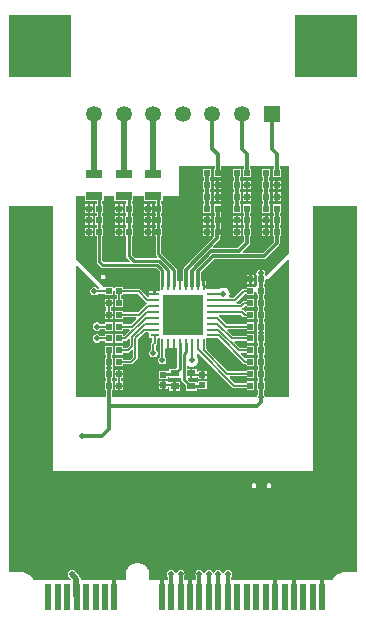
<source format=gbl>
G04*
G04 #@! TF.GenerationSoftware,Altium Limited,Altium Designer,22.1.2 (22)*
G04*
G04 Layer_Physical_Order=4*
G04 Layer_Color=16711680*
%FSLAX25Y25*%
%MOIN*%
G70*
G04*
G04 #@! TF.SameCoordinates,D9C7AC14-A0B2-4E4F-895A-178DC6869FF5*
G04*
G04*
G04 #@! TF.FilePolarity,Positive*
G04*
G01*
G75*
%ADD11C,0.00787*%
%ADD16R,0.02047X0.01850*%
%ADD18R,0.01850X0.02047*%
%ADD36R,0.02362X0.09055*%
%ADD37C,0.01968*%
%ADD38C,0.01181*%
%ADD39R,0.20866X0.20866*%
%ADD40R,0.05315X0.05315*%
%ADD41C,0.05315*%
%ADD42C,0.01968*%
%ADD44R,0.05512X0.02756*%
%ADD45R,0.02756X0.00984*%
%ADD46R,0.00984X0.02756*%
%ADD47R,0.13583X0.13583*%
%ADD48R,0.02756X0.02362*%
%ADD49C,0.00984*%
G36*
X35500Y120000D02*
X27943Y112443D01*
X27321Y112511D01*
X27224Y112638D01*
X27292Y113110D01*
X27310Y113204D01*
X27204Y113741D01*
X26899Y114197D01*
X26443Y114502D01*
X25905Y114609D01*
X25368Y114502D01*
X24912Y114197D01*
X24608Y113741D01*
X24501Y113204D01*
X24519Y113110D01*
X24587Y112638D01*
X24587Y112638D01*
X24587Y112638D01*
Y109803D01*
X24663D01*
X24803Y109303D01*
X24095Y108595D01*
X23839Y108701D01*
Y108701D01*
X21201D01*
Y108086D01*
X20283D01*
X20283Y108086D01*
X19976Y108025D01*
X19716Y107851D01*
X16998Y105133D01*
X15767D01*
X15461Y105633D01*
X15594Y106299D01*
X15426Y107144D01*
X14947Y107860D01*
X14231Y108339D01*
X13386Y108507D01*
X12541Y108339D01*
X11992Y107972D01*
X7776D01*
Y108465D01*
X6890D01*
Y108858D01*
X6496D01*
Y110630D01*
X6004D01*
X5925Y111097D01*
Y113506D01*
X10416Y117997D01*
X27000D01*
X27384Y118073D01*
X27710Y118290D01*
X31930Y122511D01*
X32148Y122836D01*
X32224Y123221D01*
Y125551D01*
X32539D01*
Y128386D01*
X32224D01*
Y129488D01*
X32539D01*
Y132323D01*
X32224D01*
Y133425D01*
X32539D01*
Y136260D01*
X29902D01*
Y133425D01*
X30217D01*
Y132323D01*
X29902D01*
Y129488D01*
X30217D01*
Y128386D01*
X29902D01*
Y125551D01*
X30217D01*
Y123636D01*
X26584Y120003D01*
X20076D01*
X19885Y120466D01*
X22087Y122668D01*
X22305Y122994D01*
X22381Y123378D01*
Y125551D01*
X22697D01*
Y128386D01*
X22381D01*
Y129488D01*
X22697D01*
Y132323D01*
X22381D01*
Y133425D01*
X22697D01*
Y136260D01*
X20059D01*
Y133425D01*
X20374D01*
Y132323D01*
X20059D01*
Y129488D01*
X20374D01*
Y128386D01*
X20059D01*
Y125551D01*
X20374D01*
Y123794D01*
X18159Y121578D01*
X10197D01*
X10005Y122040D01*
X12188Y124223D01*
X12406Y124549D01*
X12482Y124933D01*
Y125551D01*
X12854D01*
Y128386D01*
X12539D01*
Y129488D01*
X12854D01*
Y132323D01*
X12539D01*
Y133425D01*
X12854D01*
Y136260D01*
X10216D01*
Y133425D01*
X10532D01*
Y132323D01*
X10216D01*
Y129488D01*
X10532D01*
Y128386D01*
X10216D01*
Y125551D01*
X10216D01*
X10189Y125063D01*
X275Y115148D01*
X57Y114822D01*
X-19Y114438D01*
Y111097D01*
X-98Y110630D01*
X-519Y110630D01*
X-591D01*
Y108858D01*
X-1378D01*
Y110630D01*
X-1870D01*
X-2050Y111056D01*
Y114350D01*
X-2050Y114350D01*
X-2118Y114696D01*
X-2314Y114989D01*
X-2314Y114989D01*
X-7246Y119921D01*
Y125551D01*
X-6831D01*
Y128386D01*
X-7247D01*
Y129488D01*
X-6831D01*
Y132323D01*
X-7247D01*
Y133425D01*
X-6831D01*
Y136260D01*
X-7247D01*
Y137264D01*
X-6693D01*
Y139114D01*
X-1181D01*
Y149000D01*
X10532D01*
Y148071D01*
X10216D01*
Y145236D01*
X12854D01*
Y148071D01*
X12539D01*
Y149000D01*
X20374D01*
Y148071D01*
X20059D01*
Y145236D01*
X22697D01*
Y148071D01*
X22381D01*
Y149000D01*
X30217D01*
Y148071D01*
X29902D01*
Y145236D01*
X32539D01*
Y148071D01*
X32224D01*
Y149000D01*
X35500D01*
Y120000D01*
D02*
G37*
G36*
X-12992Y137264D02*
X-9053D01*
Y136260D01*
X-9469D01*
Y133425D01*
X-9053D01*
Y132323D01*
X-9469D01*
Y129488D01*
X-9053D01*
Y128386D01*
X-9469D01*
Y125551D01*
X-9053D01*
Y119547D01*
X-8984Y119201D01*
X-8788Y118908D01*
X-8623Y118743D01*
X-8814Y118281D01*
X-16004D01*
X-17089Y119366D01*
Y125551D01*
X-16673D01*
Y128386D01*
X-17089D01*
Y129488D01*
X-16673D01*
Y132323D01*
X-17089D01*
Y133425D01*
X-16673D01*
Y136260D01*
X-17089D01*
Y137264D01*
X-16535D01*
Y139114D01*
X-12992D01*
Y137264D01*
D02*
G37*
G36*
X-22835D02*
X-18895D01*
Y136260D01*
X-19311D01*
Y133425D01*
X-18895D01*
Y132323D01*
X-19311D01*
Y129488D01*
X-18895D01*
Y128386D01*
X-19311D01*
Y125551D01*
X-18895D01*
Y118992D01*
X-18827Y118647D01*
X-18631Y118353D01*
X-17642Y117365D01*
X-17834Y116903D01*
X-26435D01*
X-26932Y117399D01*
Y125551D01*
X-26516D01*
Y128386D01*
X-26932D01*
Y129488D01*
X-26516D01*
Y132323D01*
X-26932D01*
Y133425D01*
X-26516D01*
Y136260D01*
X-26932D01*
Y137264D01*
X-26378D01*
Y139114D01*
X-22835D01*
Y137264D01*
D02*
G37*
G36*
X35500Y117644D02*
Y72000D01*
X27283D01*
Y72180D01*
X27074Y72686D01*
X26909Y72851D01*
Y74370D01*
X27224D01*
Y77205D01*
X26909D01*
Y78307D01*
X27224D01*
Y81142D01*
X26909D01*
Y82244D01*
X27224D01*
Y85079D01*
X26909D01*
Y86181D01*
X27224D01*
Y89016D01*
X26909D01*
Y90118D01*
X27224D01*
Y92953D01*
X27224D01*
X27190Y93004D01*
X27283Y93230D01*
Y93778D01*
X27190Y94004D01*
X27224Y94055D01*
X27224D01*
Y96890D01*
X26909D01*
Y97992D01*
X27224D01*
Y100827D01*
X26909D01*
Y101929D01*
X27224D01*
Y104764D01*
X26909D01*
Y105866D01*
X27224D01*
Y108701D01*
X26909D01*
Y109803D01*
X27224D01*
Y110936D01*
X27597Y111269D01*
X27811Y111246D01*
X27878Y111252D01*
X27943Y111239D01*
X28110Y111272D01*
X28280Y111287D01*
X28339Y111317D01*
X28404Y111330D01*
X28545Y111425D01*
X28696Y111504D01*
X28739Y111554D01*
X28794Y111591D01*
X35038Y117835D01*
X35500Y117644D01*
D02*
G37*
G36*
X-27817Y108614D02*
X-28000Y108151D01*
X-28405Y108109D01*
X-28747Y108452D01*
X-29254Y108661D01*
X-29802D01*
X-30308Y108452D01*
X-30696Y108064D01*
X-30906Y107557D01*
Y107009D01*
X-30696Y106503D01*
X-30308Y106115D01*
X-29802Y105905D01*
X-29254D01*
X-28747Y106115D01*
X-28382Y106481D01*
X-26043D01*
Y105866D01*
X-23405D01*
Y107296D01*
X-22658D01*
Y105866D01*
X-22141D01*
Y104764D01*
X-22658D01*
Y101929D01*
X-20020D01*
Y104764D01*
X-20536D01*
Y105866D01*
X-20020D01*
Y106481D01*
X-15116D01*
X-12398Y103763D01*
X-12161Y103605D01*
X-12128Y103366D01*
X-12124Y103295D01*
X-12149Y103081D01*
X-12376Y102930D01*
X-12376Y102930D01*
X-15093Y100212D01*
X-20020D01*
Y100827D01*
X-22658D01*
Y97992D01*
X-20020D01*
Y98607D01*
X-15682D01*
X-15491Y98145D01*
X-17360Y96275D01*
X-20020D01*
Y96890D01*
X-22658D01*
Y94055D01*
X-20020D01*
Y94670D01*
X-17949D01*
X-17757Y94208D01*
X-19520Y92445D01*
X-20020Y92597D01*
Y92953D01*
X-22658D01*
Y90118D01*
X-20020D01*
Y90733D01*
X-19294D01*
X-18987Y90794D01*
X-18727Y90968D01*
X-18265Y91430D01*
X-17803Y91238D01*
Y89332D01*
X-18734Y88401D01*
X-20020D01*
Y89016D01*
X-22658D01*
Y86181D01*
X-20020D01*
Y86796D01*
X-18402D01*
X-18094Y86857D01*
X-17834Y87031D01*
X-17084Y87781D01*
X-16622Y87590D01*
Y85514D01*
X-17671Y84464D01*
X-20020D01*
Y85079D01*
X-22658D01*
Y82244D01*
X-20020D01*
Y82859D01*
X-17339D01*
X-17031Y82920D01*
X-16771Y83094D01*
X-15251Y84613D01*
X-15251Y84613D01*
X-15077Y84874D01*
X-15016Y85181D01*
X-15016Y85181D01*
Y91338D01*
X-12668Y93685D01*
X-11605D01*
X-11220Y93405D01*
X-11220Y93102D01*
Y91634D01*
X-10252D01*
Y90384D01*
X-10410Y90225D01*
X-10584Y89965D01*
X-10645Y89657D01*
Y87760D01*
X-11011Y87395D01*
X-11220Y86888D01*
Y86340D01*
X-11011Y85834D01*
X-10623Y85446D01*
X-10117Y85236D01*
X-9568D01*
X-9062Y85446D01*
X-8674Y85834D01*
X-8465Y86340D01*
Y86888D01*
X-8674Y87395D01*
X-9040Y87760D01*
Y89325D01*
X-8881Y89483D01*
X-8881Y89483D01*
X-8707Y89744D01*
X-8646Y90051D01*
X-8646Y90051D01*
Y91280D01*
X-8292Y91634D01*
X-7776Y91634D01*
X-7776Y91273D01*
Y88189D01*
X-7693D01*
Y85398D01*
X-8058Y85032D01*
X-8268Y84526D01*
Y83978D01*
X-8058Y83471D01*
X-7670Y83084D01*
X-7164Y82874D01*
X-6616D01*
X-6109Y83084D01*
X-5722Y83471D01*
X-5512Y83978D01*
Y84526D01*
X-5722Y85032D01*
X-6087Y85398D01*
Y87805D01*
X-5807Y88189D01*
X-5504Y88189D01*
X-5315D01*
Y89961D01*
X-4528D01*
Y88189D01*
X-4035D01*
X-3535Y88189D01*
X-3347D01*
Y89961D01*
X-2559D01*
Y88189D01*
X-2067D01*
X-1887Y87763D01*
Y81870D01*
X-2262Y81496D01*
X-4528D01*
Y80588D01*
X-5079D01*
Y80768D01*
X-7913D01*
Y78130D01*
X-5079D01*
Y78782D01*
X-4528D01*
Y78347D01*
X-984D01*
Y78346D01*
X-509Y78286D01*
Y77756D01*
X-441Y77410D01*
X-245Y77117D01*
X984Y75888D01*
Y74016D01*
X4528D01*
Y74924D01*
X5079D01*
Y74744D01*
X7913D01*
Y77382D01*
X5079D01*
Y76730D01*
X4528D01*
Y77165D01*
X2262D01*
X1580Y77846D01*
X1788Y78347D01*
X2362D01*
Y79921D01*
Y81496D01*
X1297D01*
Y82192D01*
X1797Y82387D01*
X2522Y82087D01*
X3384D01*
X4179Y82416D01*
X4789Y83025D01*
X5118Y83821D01*
Y84683D01*
X4789Y85479D01*
X4558Y85709D01*
Y86515D01*
X5020Y86706D01*
X16507Y75220D01*
X16767Y75046D01*
X17074Y74985D01*
X21201D01*
Y74370D01*
X23839D01*
Y77205D01*
X21201D01*
Y76590D01*
X17407D01*
X15538Y78460D01*
X15729Y78922D01*
X21201D01*
Y78307D01*
X23839D01*
Y81142D01*
X21201D01*
Y80527D01*
X15140D01*
X7919Y87748D01*
X7776Y88189D01*
X7776Y88189D01*
X7776D01*
X7776Y88189D01*
Y91273D01*
X7776Y91634D01*
X8136Y91634D01*
X11220D01*
Y91634D01*
X11720Y91632D01*
X20258Y83094D01*
X20258Y83094D01*
X20518Y82920D01*
X20825Y82859D01*
X21201Y82554D01*
Y82244D01*
X23839D01*
Y85079D01*
X21201D01*
Y85079D01*
X20701Y84921D01*
X19289Y86334D01*
X19480Y86796D01*
X21201D01*
Y86181D01*
X23839D01*
Y89016D01*
X21201D01*
Y88401D01*
X18891D01*
X17022Y90271D01*
X17213Y90733D01*
X21201D01*
Y90118D01*
X23839D01*
Y92953D01*
X21201D01*
Y92338D01*
X16625D01*
X14793Y94170D01*
X15000Y94670D01*
X21201D01*
Y94055D01*
X23839D01*
Y96890D01*
X21201D01*
Y96275D01*
X14713D01*
X11996Y98992D01*
X11996Y98994D01*
X12147Y99492D01*
X19372D01*
X20023Y98842D01*
X20283Y98668D01*
X20591Y98607D01*
X20591Y98607D01*
X21201D01*
Y97992D01*
X23839D01*
Y100827D01*
X21201D01*
Y100642D01*
X20701Y100435D01*
X20272Y100863D01*
X20012Y101037D01*
X19705Y101098D01*
X19606D01*
X19557Y101598D01*
X19669Y101620D01*
X19930Y101795D01*
X20581Y102445D01*
X21201D01*
Y101929D01*
X23839D01*
Y104764D01*
X21201D01*
Y104051D01*
X20248D01*
X20248Y104051D01*
X19941Y103990D01*
X19680Y103816D01*
X19030Y103165D01*
X17874D01*
X17752Y103665D01*
X17898Y103763D01*
X20616Y106481D01*
X21201D01*
Y105866D01*
X23839D01*
Y106954D01*
X24132Y107099D01*
X24149Y107095D01*
X24587Y106788D01*
Y105866D01*
X24902D01*
Y104764D01*
X24587D01*
Y101929D01*
X24902D01*
Y100827D01*
X24587D01*
Y97992D01*
X24902D01*
Y96890D01*
X24587D01*
Y94055D01*
X24587D01*
X24621Y94004D01*
X24528Y93778D01*
Y93230D01*
X24621Y93004D01*
X24587Y92953D01*
X24587D01*
Y90118D01*
X24902D01*
Y89016D01*
X24587D01*
Y86181D01*
X24902D01*
Y85079D01*
X24587D01*
Y82244D01*
X24902D01*
Y81142D01*
X24587D01*
Y78307D01*
X24902D01*
Y77205D01*
X24587D01*
Y74370D01*
X24902D01*
Y72851D01*
X24737Y72686D01*
X24528Y72180D01*
Y72000D01*
X-23721D01*
Y74370D01*
X-23405D01*
Y77205D01*
X-23721D01*
Y78307D01*
X-23405D01*
Y81142D01*
X-23405D01*
X-23440Y81193D01*
X-23347Y81419D01*
Y81967D01*
X-23440Y82193D01*
X-23405Y82244D01*
X-23405D01*
Y85079D01*
X-23721D01*
Y86181D01*
X-23405D01*
Y89016D01*
X-26043D01*
Y86181D01*
X-25728D01*
Y85079D01*
X-26043D01*
Y82244D01*
X-26043D01*
X-26009Y82193D01*
X-26102Y81967D01*
Y81419D01*
X-26009Y81193D01*
X-26043Y81142D01*
X-26043D01*
Y78307D01*
X-25728D01*
Y77205D01*
X-26043D01*
Y74370D01*
X-25728D01*
Y72000D01*
X-35500D01*
Y115644D01*
X-35038Y115835D01*
X-27817Y108614D01*
D02*
G37*
G36*
X-32677Y137264D02*
X-28738D01*
Y136260D01*
X-29154D01*
Y133425D01*
X-28738D01*
Y132323D01*
X-29153D01*
Y129488D01*
X-28738D01*
Y128386D01*
X-29153D01*
Y125551D01*
X-28738D01*
Y117025D01*
X-28669Y116680D01*
X-28473Y116386D01*
X-27448Y115361D01*
X-27155Y115166D01*
X-26809Y115097D01*
X-8874D01*
X-7793Y114016D01*
Y108858D01*
X-7776Y108771D01*
Y107546D01*
X-7776Y107185D01*
X-8136Y107185D01*
X-9055D01*
Y106299D01*
X-9449D01*
Y105905D01*
X-11220D01*
Y105563D01*
X-11680Y105315D01*
X-14216Y107851D01*
X-14476Y108025D01*
X-14784Y108086D01*
X-20020D01*
Y108701D01*
X-22658D01*
Y108500D01*
X-23405D01*
Y108701D01*
X-26043D01*
X-26043Y108701D01*
Y108701D01*
X-26155Y108655D01*
X-35500Y118000D01*
Y139114D01*
X-32677D01*
Y137264D01*
D02*
G37*
G36*
X58052Y13602D02*
X53740D01*
X53716Y13597D01*
X53691Y13601D01*
X53382Y13586D01*
X53310Y13567D01*
X53236D01*
X52630Y13447D01*
X52539Y13409D01*
X52442Y13390D01*
X51871Y13154D01*
X51789Y13099D01*
X51698Y13061D01*
X51185Y12718D01*
X51115Y12648D01*
X51033Y12593D01*
X50596Y12156D01*
X50541Y12074D01*
X50471Y12004D01*
X50128Y11491D01*
X50090Y11400D01*
X50035Y11317D01*
X49845Y10859D01*
X15964D01*
Y11931D01*
X16259Y12372D01*
X16366Y12910D01*
X16259Y13447D01*
X15954Y13903D01*
X15498Y14208D01*
X14961Y14314D01*
X14423Y14208D01*
X13967Y13903D01*
X13663Y13447D01*
X13641Y13337D01*
X13131D01*
X13109Y13447D01*
X12804Y13903D01*
X12349Y14208D01*
X11811Y14314D01*
X11273Y14208D01*
X10818Y13903D01*
X10513Y13447D01*
X10491Y13337D01*
X9981D01*
X9959Y13447D01*
X9655Y13903D01*
X9199Y14208D01*
X8661Y14314D01*
X8124Y14208D01*
X7668Y13903D01*
X7363Y13447D01*
X7342Y13337D01*
X6832D01*
X6810Y13447D01*
X6505Y13903D01*
X6050Y14208D01*
X5512Y14314D01*
X4974Y14208D01*
X4518Y13903D01*
X4214Y13447D01*
X4107Y12910D01*
X4214Y12372D01*
X4508Y11931D01*
Y10859D01*
X216D01*
Y11931D01*
X511Y12372D01*
X618Y12910D01*
X511Y13447D01*
X206Y13903D01*
X-250Y14208D01*
X-787Y14314D01*
X-1325Y14208D01*
X-1781Y13903D01*
X-2085Y13447D01*
X-2107Y13337D01*
X-2617D01*
X-2639Y13447D01*
X-2944Y13903D01*
X-3399Y14208D01*
X-3937Y14314D01*
X-4475Y14208D01*
X-4930Y13903D01*
X-5235Y13447D01*
X-5342Y12910D01*
X-5235Y12372D01*
X-4941Y11931D01*
Y10859D01*
X-11201D01*
Y12795D01*
X-11208Y12828D01*
X-11203Y12861D01*
X-11229Y13246D01*
X-11254Y13342D01*
X-11261Y13440D01*
X-11460Y14185D01*
X-11518Y14303D01*
X-11560Y14427D01*
X-11946Y15094D01*
X-12032Y15193D01*
X-12105Y15302D01*
X-12650Y15847D01*
X-12760Y15920D01*
X-12858Y16007D01*
X-13526Y16392D01*
X-13650Y16434D01*
X-13768Y16493D01*
X-14512Y16692D01*
X-14643Y16701D01*
X-14772Y16726D01*
X-15543D01*
X-15672Y16701D01*
X-15803Y16692D01*
X-16547Y16493D01*
X-16665Y16434D01*
X-16789Y16392D01*
X-17457Y16007D01*
X-17555Y15920D01*
X-17665Y15847D01*
X-18210Y15302D01*
X-18283Y15193D01*
X-18369Y15094D01*
X-18755Y14427D01*
X-18797Y14303D01*
X-18855Y14185D01*
X-19054Y13440D01*
X-19061Y13342D01*
X-19086Y13246D01*
X-19112Y12861D01*
X-19107Y12828D01*
X-19114Y12795D01*
Y10859D01*
X-34090D01*
Y11397D01*
X-34197Y11935D01*
X-34502Y12390D01*
X-36014Y13903D01*
X-36470Y14208D01*
X-37008Y14314D01*
X-37545Y14208D01*
X-38001Y13903D01*
X-38306Y13447D01*
X-38413Y12910D01*
X-38306Y12372D01*
X-38001Y11916D01*
X-37407Y11321D01*
X-37598Y10859D01*
X-49845D01*
X-50035Y11317D01*
X-50090Y11400D01*
X-50128Y11491D01*
X-50471Y12004D01*
X-50541Y12074D01*
X-50596Y12156D01*
X-51033Y12593D01*
X-51115Y12648D01*
X-51185Y12718D01*
X-51698Y13061D01*
X-51789Y13099D01*
X-51871Y13154D01*
X-52442Y13390D01*
X-52539Y13409D01*
X-52630Y13447D01*
X-53236Y13567D01*
X-53310D01*
X-53382Y13586D01*
X-53691Y13601D01*
X-53716Y13597D01*
X-53740Y13602D01*
X-58052D01*
Y135827D01*
X-43307D01*
Y47244D01*
X43307D01*
Y135827D01*
X58052D01*
Y13602D01*
D02*
G37*
%LPC*%
G36*
X22697Y144134D02*
X21772D01*
Y143110D01*
X22697D01*
Y144134D01*
D02*
G37*
G36*
X32539D02*
X31614D01*
Y143110D01*
X32539D01*
Y144134D01*
D02*
G37*
G36*
X20984D02*
X20059D01*
Y143110D01*
X20984D01*
Y144134D01*
D02*
G37*
G36*
X30827D02*
X29902D01*
Y143110D01*
X30827D01*
Y144134D01*
D02*
G37*
G36*
X12854Y144134D02*
X11929D01*
Y143110D01*
X12854D01*
Y144134D01*
D02*
G37*
G36*
X11142D02*
X10216D01*
Y143110D01*
X11142D01*
Y144134D01*
D02*
G37*
G36*
X32539Y142323D02*
X31614D01*
Y141299D01*
X32539D01*
Y142323D01*
D02*
G37*
G36*
X30827D02*
X29902D01*
Y141299D01*
X30827D01*
Y142323D01*
D02*
G37*
G36*
X22697D02*
X21772D01*
Y141299D01*
X22697D01*
Y142323D01*
D02*
G37*
G36*
X20984D02*
X20059D01*
Y141299D01*
X20984D01*
Y142323D01*
D02*
G37*
G36*
X12854Y142323D02*
X11929D01*
Y141299D01*
X12854D01*
Y142323D01*
D02*
G37*
G36*
X11142D02*
X10216D01*
Y141299D01*
X11142D01*
Y142323D01*
D02*
G37*
G36*
X12854Y140197D02*
X11929D01*
Y139173D01*
X12854D01*
Y140197D01*
D02*
G37*
G36*
X22697D02*
X21772D01*
Y139173D01*
X22697D01*
Y140197D01*
D02*
G37*
G36*
X32539D02*
X31614D01*
Y139173D01*
X32539D01*
Y140197D01*
D02*
G37*
G36*
X11142D02*
X10216D01*
Y139173D01*
X11142D01*
Y140197D01*
D02*
G37*
G36*
X30827D02*
X29902D01*
Y139173D01*
X30827D01*
Y140197D01*
D02*
G37*
G36*
X20984D02*
X20059D01*
Y139173D01*
X20984D01*
Y140197D01*
D02*
G37*
G36*
X32539Y138386D02*
X31614D01*
Y137362D01*
X32539D01*
Y138386D01*
D02*
G37*
G36*
X30827D02*
X29902D01*
Y137362D01*
X30827D01*
Y138386D01*
D02*
G37*
G36*
X22697D02*
X21772D01*
Y137362D01*
X22697D01*
Y138386D01*
D02*
G37*
G36*
X20984D02*
X20059D01*
Y137362D01*
X20984D01*
Y138386D01*
D02*
G37*
G36*
X12854D02*
X11929D01*
Y137362D01*
X12854D01*
Y138386D01*
D02*
G37*
G36*
X11142D02*
X10216D01*
Y137362D01*
X11142D01*
Y138386D01*
D02*
G37*
G36*
X29153Y148071D02*
X26516D01*
Y145236D01*
X26831D01*
Y144134D01*
X26516D01*
Y141299D01*
X26831D01*
Y140197D01*
X26516D01*
Y137362D01*
X26831D01*
Y136260D01*
X26516D01*
Y133425D01*
X29153D01*
Y136260D01*
X28838D01*
Y137362D01*
X29153D01*
Y140197D01*
X28838D01*
Y141299D01*
X29154D01*
Y144134D01*
X28838D01*
Y145236D01*
X29153D01*
Y148071D01*
D02*
G37*
G36*
X19311D02*
X16673D01*
Y145236D01*
X16989D01*
Y144134D01*
X16673D01*
Y141299D01*
X16989D01*
Y140197D01*
X16673D01*
Y137362D01*
X16989D01*
Y136260D01*
X16673D01*
Y133425D01*
X19311D01*
Y136260D01*
X18996D01*
Y137362D01*
X19311D01*
Y140197D01*
X18996D01*
Y141299D01*
X19311D01*
Y144134D01*
X18996D01*
Y145236D01*
X19311D01*
Y148071D01*
D02*
G37*
G36*
X9469D02*
X6831D01*
Y145236D01*
X7146D01*
Y144134D01*
X6831D01*
Y141299D01*
X7146D01*
Y140197D01*
X6831D01*
Y137362D01*
X7146D01*
Y136260D01*
X6831D01*
Y133425D01*
X9469D01*
Y136260D01*
X9153D01*
Y137362D01*
X9469D01*
Y140197D01*
X9153D01*
Y141299D01*
X9469D01*
Y144134D01*
X9153D01*
Y145236D01*
X9469D01*
Y148071D01*
D02*
G37*
G36*
X29153Y132323D02*
X28228D01*
Y131299D01*
X29153D01*
Y132323D01*
D02*
G37*
G36*
X27441D02*
X26516D01*
Y131299D01*
X27441D01*
Y132323D01*
D02*
G37*
G36*
X19311D02*
X18386D01*
Y131299D01*
X19311D01*
Y132323D01*
D02*
G37*
G36*
X17598D02*
X16673D01*
Y131299D01*
X17598D01*
Y132323D01*
D02*
G37*
G36*
X9469D02*
X8543D01*
Y131299D01*
X9469D01*
Y132323D01*
D02*
G37*
G36*
X7756D02*
X6831D01*
Y131299D01*
X7756D01*
Y132323D01*
D02*
G37*
G36*
X29153Y130512D02*
X28228D01*
Y129488D01*
X29153D01*
Y130512D01*
D02*
G37*
G36*
X27441D02*
X26516D01*
Y129488D01*
X27441D01*
Y130512D01*
D02*
G37*
G36*
X19311D02*
X18386D01*
Y129488D01*
X19311D01*
Y130512D01*
D02*
G37*
G36*
X17598D02*
X16673D01*
Y129488D01*
X17598D01*
Y130512D01*
D02*
G37*
G36*
X9469D02*
X8543D01*
Y129488D01*
X9469D01*
Y130512D01*
D02*
G37*
G36*
X7756D02*
X6831D01*
Y129488D01*
X7756D01*
Y130512D01*
D02*
G37*
G36*
X29153Y128386D02*
X28228D01*
Y127362D01*
X29153D01*
Y128386D01*
D02*
G37*
G36*
X27441D02*
X26516D01*
Y127362D01*
X27441D01*
Y128386D01*
D02*
G37*
G36*
X19311D02*
X18386D01*
Y127362D01*
X19311D01*
Y128386D01*
D02*
G37*
G36*
X17598D02*
X16673D01*
Y127362D01*
X17598D01*
Y128386D01*
D02*
G37*
G36*
X9469D02*
X8543D01*
Y127362D01*
X9469D01*
Y128386D01*
D02*
G37*
G36*
X7756D02*
X6831D01*
Y127362D01*
X7756D01*
Y128386D01*
D02*
G37*
G36*
X29153Y126575D02*
X28228D01*
Y125551D01*
X29153D01*
Y126575D01*
D02*
G37*
G36*
X27441D02*
X26516D01*
Y125551D01*
X27441D01*
Y126575D01*
D02*
G37*
G36*
X19311D02*
X18386D01*
Y125551D01*
X19311D01*
Y126575D01*
D02*
G37*
G36*
X17598D02*
X16673D01*
Y125551D01*
X17598D01*
Y126575D01*
D02*
G37*
G36*
X9469D02*
X8543D01*
Y125551D01*
X9469D01*
Y126575D01*
D02*
G37*
G36*
X7756D02*
X6831D01*
Y125551D01*
X7756D01*
Y126575D01*
D02*
G37*
G36*
X23839Y112638D02*
X22913D01*
Y111614D01*
X23839D01*
Y112638D01*
D02*
G37*
G36*
X22126D02*
X21201D01*
Y111614D01*
X22126D01*
Y112638D01*
D02*
G37*
G36*
X23839Y110827D02*
X22913D01*
Y109803D01*
X23839D01*
Y110827D01*
D02*
G37*
G36*
X22126D02*
X21201D01*
Y109803D01*
X22126D01*
Y110827D01*
D02*
G37*
G36*
X7283Y110630D02*
Y109252D01*
X7776D01*
Y110630D01*
X7283D01*
D02*
G37*
G36*
X-10217Y136260D02*
X-11142D01*
Y135236D01*
X-10217D01*
Y136260D01*
D02*
G37*
G36*
X-11929D02*
X-12854D01*
Y135236D01*
X-11929D01*
Y136260D01*
D02*
G37*
G36*
X-10217Y134449D02*
X-11142D01*
Y133425D01*
X-10217D01*
Y134449D01*
D02*
G37*
G36*
X-11929D02*
X-12854D01*
Y133425D01*
X-11929D01*
Y134449D01*
D02*
G37*
G36*
X-10217Y132323D02*
X-11142D01*
Y131299D01*
X-10217D01*
Y132323D01*
D02*
G37*
G36*
X-11929D02*
X-12854D01*
Y131299D01*
X-11929D01*
Y132323D01*
D02*
G37*
G36*
X-10217Y130512D02*
X-11142D01*
Y129488D01*
X-10217D01*
Y130512D01*
D02*
G37*
G36*
X-11929D02*
X-12854D01*
Y129488D01*
X-11929D01*
Y130512D01*
D02*
G37*
G36*
X-10217Y128386D02*
X-11142D01*
Y127362D01*
X-10217D01*
Y128386D01*
D02*
G37*
G36*
X-11929D02*
X-12854D01*
Y127362D01*
X-11929D01*
Y128386D01*
D02*
G37*
G36*
X-10217Y126575D02*
X-11142D01*
Y125551D01*
X-10217D01*
Y126575D01*
D02*
G37*
G36*
X-11929D02*
X-12854D01*
Y125551D01*
X-11929D01*
Y126575D01*
D02*
G37*
G36*
X-20059Y136260D02*
X-20984D01*
Y135236D01*
X-20059D01*
Y136260D01*
D02*
G37*
G36*
X-21772D02*
X-22697D01*
Y135236D01*
X-21772D01*
Y136260D01*
D02*
G37*
G36*
X-20059Y134449D02*
X-20984D01*
Y133425D01*
X-20059D01*
Y134449D01*
D02*
G37*
G36*
X-21772D02*
X-22697D01*
Y133425D01*
X-21772D01*
Y134449D01*
D02*
G37*
G36*
X-20059Y132323D02*
X-20984D01*
Y131299D01*
X-20059D01*
Y132323D01*
D02*
G37*
G36*
X-21772D02*
X-22697D01*
Y131299D01*
X-21772D01*
Y132323D01*
D02*
G37*
G36*
X-20059Y130512D02*
X-20984D01*
Y129488D01*
X-20059D01*
Y130512D01*
D02*
G37*
G36*
X-21772D02*
X-22697D01*
Y129488D01*
X-21772D01*
Y130512D01*
D02*
G37*
G36*
X-20059Y128386D02*
X-20984D01*
Y127362D01*
X-20059D01*
Y128386D01*
D02*
G37*
G36*
X-21772D02*
X-22697D01*
Y127362D01*
X-21772D01*
Y128386D01*
D02*
G37*
G36*
X-20059Y126575D02*
X-20984D01*
Y125551D01*
X-20059D01*
Y126575D01*
D02*
G37*
G36*
X-21772D02*
X-22697D01*
Y125551D01*
X-21772D01*
Y126575D01*
D02*
G37*
G36*
X-23405Y104764D02*
X-24331D01*
Y103740D01*
X-23405D01*
Y104764D01*
D02*
G37*
G36*
X-25118D02*
X-26043D01*
Y103740D01*
X-25118D01*
Y104764D01*
D02*
G37*
G36*
X-23405Y102953D02*
X-26043D01*
Y101929D01*
X-25527D01*
Y100827D01*
X-26043D01*
Y99803D01*
X-23405D01*
Y100827D01*
X-23922D01*
Y101929D01*
X-23405D01*
Y102953D01*
D02*
G37*
G36*
Y99016D02*
X-24331D01*
Y97992D01*
X-23405D01*
Y99016D01*
D02*
G37*
G36*
X-25118D02*
X-26043D01*
Y97992D01*
X-25118D01*
Y99016D01*
D02*
G37*
G36*
X-23405Y96890D02*
X-26043D01*
Y96275D01*
X-27516D01*
X-27881Y96641D01*
X-28387Y96850D01*
X-28936D01*
X-29442Y96641D01*
X-29830Y96253D01*
X-30039Y95746D01*
Y95198D01*
X-29830Y94692D01*
X-29442Y94304D01*
X-28936Y94095D01*
X-28387D01*
X-27881Y94304D01*
X-27516Y94670D01*
X-26043D01*
Y94055D01*
X-23405D01*
Y96890D01*
D02*
G37*
G36*
Y92953D02*
X-26043D01*
Y92338D01*
X-27516D01*
X-27881Y92704D01*
X-28387Y92913D01*
X-28936D01*
X-29442Y92704D01*
X-29830Y92316D01*
X-30039Y91809D01*
Y91261D01*
X-29830Y90755D01*
X-29442Y90367D01*
X-28936Y90158D01*
X-28387D01*
X-27881Y90367D01*
X-27516Y90733D01*
X-26043D01*
Y90118D01*
X-23405D01*
Y92953D01*
D02*
G37*
G36*
X-20020Y81142D02*
X-20945D01*
Y80118D01*
X-20020D01*
Y81142D01*
D02*
G37*
G36*
X-21732D02*
X-22658D01*
Y80118D01*
X-21732D01*
Y81142D01*
D02*
G37*
G36*
X7913Y80768D02*
X6890D01*
Y79843D01*
X7913D01*
Y80768D01*
D02*
G37*
G36*
Y79055D02*
X6890D01*
Y78130D01*
X7913D01*
Y79055D01*
D02*
G37*
G36*
X4528Y81496D02*
X3150D01*
Y79921D01*
Y78347D01*
X4528D01*
Y78646D01*
X5079D01*
Y78130D01*
X6102D01*
Y79449D01*
Y80768D01*
X5079D01*
Y80252D01*
X4528D01*
Y81496D01*
D02*
G37*
G36*
X-6890Y77382D02*
X-7913D01*
Y76457D01*
X-6890D01*
Y77382D01*
D02*
G37*
G36*
X-20020Y79331D02*
X-21339D01*
X-22658D01*
Y78307D01*
X-22141D01*
Y77205D01*
X-22658D01*
Y76181D01*
X-21339D01*
X-20020D01*
Y77205D01*
X-20536D01*
Y78307D01*
X-20020D01*
Y79331D01*
D02*
G37*
G36*
X-984Y77165D02*
X-2362D01*
Y75984D01*
X-984D01*
Y77165D01*
D02*
G37*
G36*
X-6890Y75669D02*
X-7913D01*
Y74744D01*
X-6890D01*
Y75669D01*
D02*
G37*
G36*
X-20020Y75394D02*
X-20945D01*
Y74370D01*
X-20020D01*
Y75394D01*
D02*
G37*
G36*
X-21732D02*
X-22658D01*
Y74370D01*
X-21732D01*
Y75394D01*
D02*
G37*
G36*
X-984Y75197D02*
X-2362D01*
Y74016D01*
X-984D01*
Y75197D01*
D02*
G37*
G36*
X-5079Y77382D02*
X-6102D01*
Y76063D01*
Y74744D01*
X-5079D01*
Y75260D01*
X-4528D01*
Y74016D01*
X-3150D01*
Y75591D01*
Y77165D01*
X-4528D01*
Y76866D01*
X-5079D01*
Y77382D01*
D02*
G37*
G36*
X-29902Y136260D02*
X-30827D01*
Y135236D01*
X-29902D01*
Y136260D01*
D02*
G37*
G36*
X-31614D02*
X-32539D01*
Y135236D01*
X-31614D01*
Y136260D01*
D02*
G37*
G36*
X-29902Y134449D02*
X-30827D01*
Y133425D01*
X-29902D01*
Y134449D01*
D02*
G37*
G36*
X-31614D02*
X-32539D01*
Y133425D01*
X-31614D01*
Y134449D01*
D02*
G37*
G36*
X-29902Y132323D02*
X-30827D01*
Y131299D01*
X-29902D01*
Y132323D01*
D02*
G37*
G36*
X-31614D02*
X-32539D01*
Y131299D01*
X-31614D01*
Y132323D01*
D02*
G37*
G36*
X-29902Y130512D02*
X-30827D01*
Y129488D01*
X-29902D01*
Y130512D01*
D02*
G37*
G36*
X-31614D02*
X-32539D01*
Y129488D01*
X-31614D01*
Y130512D01*
D02*
G37*
G36*
X-29902Y128386D02*
X-30827D01*
Y127362D01*
X-29902D01*
Y128386D01*
D02*
G37*
G36*
X-31614D02*
X-32539D01*
Y127362D01*
X-31614D01*
Y128386D01*
D02*
G37*
G36*
X-29902Y126575D02*
X-30827D01*
Y125551D01*
X-29902D01*
Y126575D01*
D02*
G37*
G36*
X-31614D02*
X-32539D01*
Y125551D01*
X-31614D01*
Y126575D01*
D02*
G37*
G36*
X-26587Y112803D02*
X-26894Y112742D01*
X-27154Y112568D01*
X-27328Y112307D01*
X-27389Y112000D01*
X-27328Y111693D01*
X-27154Y111432D01*
X-26894Y111258D01*
X-26587Y111197D01*
X-26279Y111258D01*
X-26019Y111432D01*
X-25845Y111693D01*
X-25784Y112000D01*
X-25845Y112307D01*
X-26019Y112568D01*
X-26279Y112742D01*
X-26587Y112803D01*
D02*
G37*
G36*
X-9843Y107185D02*
X-11220D01*
Y106693D01*
X-9843D01*
Y107185D01*
D02*
G37*
G36*
X28681Y43323D02*
X28374Y43261D01*
X28113Y43087D01*
X27939Y42827D01*
X27878Y42520D01*
X27939Y42213D01*
X28113Y41952D01*
X28374Y41778D01*
X28681Y41717D01*
X28988Y41778D01*
X29249Y41952D01*
X29423Y42213D01*
X29484Y42520D01*
X29423Y42827D01*
X29249Y43087D01*
X28988Y43261D01*
X28681Y43323D01*
D02*
G37*
G36*
X23681D02*
X23374Y43261D01*
X23113Y43087D01*
X22939Y42827D01*
X22878Y42520D01*
X22939Y42213D01*
X23113Y41952D01*
X23374Y41778D01*
X23681Y41717D01*
X23988Y41778D01*
X24249Y41952D01*
X24423Y42213D01*
X24484Y42520D01*
X24423Y42827D01*
X24249Y43087D01*
X23988Y43261D01*
X23681Y43323D01*
D02*
G37*
%LPD*%
D11*
X-28661Y95472D02*
X-24724D01*
X4921Y87941D02*
Y89961D01*
Y87941D02*
X17074Y75787D01*
X14808Y79724D02*
X22520D01*
X17074Y75787D02*
X22520D01*
X6890Y87642D02*
X14808Y79724D01*
X-9843Y86614D02*
Y89657D01*
X-9449Y90051D01*
Y92520D01*
X-11831Y104331D02*
X-9449D01*
X-21339Y107283D02*
X-14784D01*
X-11831Y104331D01*
X-6890Y84252D02*
Y89961D01*
X-29528Y107283D02*
X-24724D01*
Y99409D02*
Y103347D01*
X-28661Y91535D02*
X-24724D01*
X-21339Y75787D02*
Y79724D01*
X9449Y106299D02*
X13386D01*
X2953Y84252D02*
Y89961D01*
X20283Y107283D02*
X22520D01*
X17331Y104331D02*
X20283Y107283D01*
X9449Y104331D02*
X17331D01*
X9547Y100295D02*
X19705D01*
X20591Y99410D02*
X22520D01*
X19705Y100295D02*
X20591Y99410D01*
X20248Y103248D02*
X22520D01*
X9449Y102362D02*
X19362D01*
X20248Y103248D01*
X9449Y100394D02*
X9547Y100295D01*
X9449Y98425D02*
X11427D01*
X14380Y95472D02*
X22520D01*
X11427Y98425D02*
X14380Y95472D01*
X11393Y96435D02*
X16292Y91535D01*
X9449Y92520D02*
X11967D01*
X18559Y87598D02*
X22520D01*
X20825Y83661D02*
X22520D01*
X9449Y96457D02*
X9471Y96435D01*
X16292Y91535D02*
X22520D01*
X9471Y96435D02*
X11393D01*
X11669Y94488D02*
X18559Y87598D01*
X9449Y94488D02*
X11669D01*
X11967Y92520D02*
X20825Y83661D01*
X6890Y87642D02*
Y89961D01*
X3228Y79449D02*
X6496D01*
X2756Y79921D02*
X3228Y79449D01*
X-3228Y76063D02*
X-2756Y75590D01*
X-6496Y76063D02*
X-3228D01*
X-11808Y102362D02*
X-9449D01*
X-14761Y99409D02*
X-11808Y102362D01*
X-17028Y95472D02*
X-12106Y100394D01*
X-9449D01*
X-21339Y99409D02*
X-14761D01*
X-17000Y89000D02*
Y92159D01*
X-12404Y98425D02*
X-9449D01*
X-19294Y91535D02*
X-12404Y98425D01*
X-12703Y96457D02*
X-9449D01*
X-17000Y92159D02*
X-12703Y96457D01*
X-21339Y91535D02*
X-19294D01*
X-15819Y85181D02*
Y91670D01*
X-21339Y95472D02*
X-17028D01*
X-15819Y91670D02*
X-13001Y94488D01*
X-9449D01*
X-21339Y87598D02*
X-18402D01*
X-17000Y89000D01*
X-17339Y83661D02*
X-15819Y85181D01*
X-21339Y83661D02*
X-17339D01*
X-21339Y103346D02*
Y107283D01*
D16*
X6496Y76063D02*
D03*
Y79449D02*
D03*
X-6496D02*
D03*
Y76063D02*
D03*
D18*
X-31220Y126969D02*
D03*
X-27835D02*
D03*
X21378Y142717D02*
D03*
X17992D02*
D03*
X31220D02*
D03*
X27835D02*
D03*
X8150Y146653D02*
D03*
X11535D02*
D03*
X27835D02*
D03*
X31220D02*
D03*
X17992D02*
D03*
X21378D02*
D03*
X-17992Y126969D02*
D03*
X-21378D02*
D03*
X-21339Y91535D02*
D03*
X-24724D02*
D03*
Y107283D02*
D03*
X-21339D02*
D03*
X22520Y75787D02*
D03*
X25905D02*
D03*
X22520Y83661D02*
D03*
X25905D02*
D03*
X22520Y79724D02*
D03*
X25905D02*
D03*
Y91535D02*
D03*
X22520D02*
D03*
Y87598D02*
D03*
X25905D02*
D03*
X-24724Y83661D02*
D03*
X-21339D02*
D03*
Y79724D02*
D03*
X-24724D02*
D03*
X-21339Y75787D02*
D03*
X-24724D02*
D03*
X-21339Y87598D02*
D03*
X-24724D02*
D03*
X-21339Y99409D02*
D03*
X-24724D02*
D03*
X-21339Y95472D02*
D03*
X-24724D02*
D03*
X25905Y111221D02*
D03*
X22520D02*
D03*
X22520Y99410D02*
D03*
X25905D02*
D03*
X22520Y95472D02*
D03*
X25905D02*
D03*
Y103347D02*
D03*
X22520D02*
D03*
Y107283D02*
D03*
X25905D02*
D03*
X-21339Y103347D02*
D03*
X-24724D02*
D03*
X11535Y126969D02*
D03*
X8150D02*
D03*
X21378D02*
D03*
X17992D02*
D03*
X31220D02*
D03*
X27835D02*
D03*
X11535Y130905D02*
D03*
X8150D02*
D03*
X21378D02*
D03*
X17992D02*
D03*
X31220D02*
D03*
X27835D02*
D03*
X8150Y138779D02*
D03*
X11535D02*
D03*
X17992D02*
D03*
X21378D02*
D03*
X27835D02*
D03*
X31220D02*
D03*
X-11535Y126969D02*
D03*
X-8150D02*
D03*
X-27835Y134843D02*
D03*
X-31220D02*
D03*
X-17992D02*
D03*
X-21378D02*
D03*
X-8150D02*
D03*
X-11535D02*
D03*
X-27835Y130905D02*
D03*
X-31220D02*
D03*
X-17992D02*
D03*
X-21378D02*
D03*
X-8150D02*
D03*
X-11535D02*
D03*
X31220Y134843D02*
D03*
X27835D02*
D03*
X21378D02*
D03*
X17992D02*
D03*
X11535D02*
D03*
X8150D02*
D03*
X11535Y142717D02*
D03*
X8150D02*
D03*
D36*
X46457Y5512D02*
D03*
X43307D02*
D03*
X40157D02*
D03*
X37008D02*
D03*
X33858D02*
D03*
X30709D02*
D03*
X27559D02*
D03*
X24409D02*
D03*
X21260D02*
D03*
X18110D02*
D03*
X14961D02*
D03*
X11811D02*
D03*
X8661D02*
D03*
X5512D02*
D03*
X2362D02*
D03*
X-787D02*
D03*
X-3937D02*
D03*
X-7087D02*
D03*
X-22835D02*
D03*
X-25984D02*
D03*
X-29134D02*
D03*
X-32283D02*
D03*
X-35433D02*
D03*
X-38583D02*
D03*
X-41732D02*
D03*
X-44882D02*
D03*
D37*
X-19685Y146398D02*
Y166339D01*
X-19685Y166339D01*
X-19685Y146398D02*
X-19685Y146398D01*
X-35495Y5574D02*
X-35433Y5512D01*
X-37008Y12910D02*
X-35495Y11397D01*
Y5574D02*
Y11397D01*
X-9843Y146398D02*
Y166339D01*
X-29528Y146398D02*
Y166339D01*
X-29528Y146398D02*
X-29528Y146398D01*
Y166339D02*
X-29528Y166339D01*
D38*
X25905Y93504D02*
Y111221D01*
Y113204D01*
X25905Y71905D02*
Y75787D01*
Y70304D02*
Y71905D01*
X24601Y69000D02*
X25905Y70304D01*
X-24724Y69000D02*
X24601D01*
X-24724D02*
Y75787D01*
Y61276D02*
Y69000D01*
X25905Y75787D02*
Y93504D01*
X-27024Y58976D02*
X-24724Y61276D01*
X-33779Y58976D02*
X-27024D01*
X-24724Y81693D02*
Y83661D01*
Y79724D02*
Y81693D01*
X14961Y5512D02*
Y12910D01*
X11811Y5512D02*
Y12910D01*
X8661Y5512D02*
Y12910D01*
X5512Y5512D02*
Y12910D01*
X-787Y5512D02*
Y12910D01*
X-3937Y5512D02*
Y12910D01*
X11479Y126912D02*
X11535Y126969D01*
Y130905D01*
X11479Y124933D02*
Y126912D01*
X984Y114438D02*
X11479Y124933D01*
X2953Y108858D02*
Y114180D01*
X10000Y119000D02*
X27000D01*
X9348Y120575D02*
X18575D01*
X2953Y114180D02*
X9348Y120575D01*
X4921Y108858D02*
Y113921D01*
X10000Y119000D01*
X984Y108858D02*
Y114438D01*
X18575Y120575D02*
X21378Y123378D01*
X27000Y119000D02*
X31220Y123221D01*
Y130905D02*
Y134843D01*
Y126969D02*
Y130905D01*
Y123221D02*
Y126969D01*
X21378Y123378D02*
Y126969D01*
X-24724Y83661D02*
Y87598D01*
Y75787D02*
Y79724D01*
X25905Y75787D02*
X25905Y75787D01*
X27835Y134843D02*
Y138779D01*
Y146276D01*
X17992Y134843D02*
Y138779D01*
Y146276D01*
X21378Y126969D02*
Y130905D01*
Y134843D01*
X11535Y130905D02*
Y134843D01*
X8150Y138779D02*
Y146276D01*
Y134843D02*
Y138779D01*
X29528Y154657D02*
Y166339D01*
Y154657D02*
X31220Y152965D01*
Y146276D02*
Y152965D01*
X19685Y154657D02*
Y166339D01*
Y154657D02*
X21378Y152965D01*
Y146276D02*
Y152965D01*
X11535Y146276D02*
Y152965D01*
X9843Y154657D02*
X11535Y152965D01*
X9843Y154657D02*
Y166339D01*
X46457Y5512D02*
Y12910D01*
X37008Y5512D02*
Y12910D01*
X30709Y5512D02*
Y12910D01*
X2362Y5512D02*
Y12910D01*
X-7087Y5512D02*
Y12910D01*
X-22835Y5512D02*
Y12910D01*
D39*
X-47638Y189173D02*
D03*
X47638D02*
D03*
D40*
X29528Y166339D02*
D03*
D41*
X19685D02*
D03*
X9843D02*
D03*
X0D02*
D03*
X-9843D02*
D03*
X-19685D02*
D03*
X-29528D02*
D03*
D42*
X-4500Y137500D02*
D03*
X-14000D02*
D03*
X48500Y104500D02*
D03*
X-48500D02*
D03*
X48000Y132500D02*
D03*
X-48500D02*
D03*
X51181Y51181D02*
D03*
Y35433D02*
D03*
Y19685D02*
D03*
X-51181Y51181D02*
D03*
Y35433D02*
D03*
Y19685D02*
D03*
X-34000Y112500D02*
D03*
X-30710Y122049D02*
D03*
X-28661Y95472D02*
D03*
X-28532Y101378D02*
D03*
X25905Y71905D02*
D03*
X25905Y113204D02*
D03*
X2362Y12910D02*
D03*
X-33779Y58976D02*
D03*
X-24724Y81693D02*
D03*
X25905Y93504D02*
D03*
X-13000Y76063D02*
D03*
X14961Y12910D02*
D03*
X11811D02*
D03*
X8661D02*
D03*
X5512D02*
D03*
X-787D02*
D03*
X-3937D02*
D03*
X-37008D02*
D03*
X34252Y76063D02*
D03*
Y89000D02*
D03*
Y98000D02*
D03*
Y112000D02*
D03*
X-18500Y76063D02*
D03*
X-28661Y77756D02*
D03*
Y85630D02*
D03*
X-18500D02*
D03*
Y97500D02*
D03*
X20000Y89500D02*
D03*
X18500Y93500D02*
D03*
X16500Y98000D02*
D03*
X17000Y82500D02*
D03*
X10500Y89000D02*
D03*
X9500Y79449D02*
D03*
X-4000Y86500D02*
D03*
X-13000Y90000D02*
D03*
X-16500Y103347D02*
D03*
X27835Y116000D02*
D03*
X17500Y116500D02*
D03*
X34252Y123500D02*
D03*
Y142717D02*
D03*
Y130905D02*
D03*
X4921Y146276D02*
D03*
Y137795D02*
D03*
Y130905D02*
D03*
X24606D02*
D03*
Y142717D02*
D03*
X14764D02*
D03*
Y130905D02*
D03*
Y123500D02*
D03*
X24606D02*
D03*
X17992Y110236D02*
D03*
X11535D02*
D03*
X-4921Y130905D02*
D03*
X-984Y120079D02*
D03*
X-11535Y112000D02*
D03*
X-21378D02*
D03*
X-24500Y137795D02*
D03*
X-34000D02*
D03*
X-14000Y130905D02*
D03*
X-24000D02*
D03*
X-34000D02*
D03*
X-21378Y120079D02*
D03*
X-11535D02*
D03*
X-6890Y84252D02*
D03*
X-9843Y86614D02*
D03*
X-29528Y107283D02*
D03*
X-28661Y91535D02*
D03*
X13386Y106299D02*
D03*
X2953Y84252D02*
D03*
D44*
X-19685Y146398D02*
D03*
Y139035D02*
D03*
X-9843Y146398D02*
D03*
Y139035D02*
D03*
X-29528Y146398D02*
D03*
Y139035D02*
D03*
D45*
X-9449Y106299D02*
D03*
Y104331D02*
D03*
Y102362D02*
D03*
Y100394D02*
D03*
Y98425D02*
D03*
Y96457D02*
D03*
Y94488D02*
D03*
Y92520D02*
D03*
X9449D02*
D03*
Y94488D02*
D03*
Y96457D02*
D03*
Y98425D02*
D03*
Y100394D02*
D03*
Y102362D02*
D03*
Y104331D02*
D03*
Y106299D02*
D03*
D46*
X-6890Y89961D02*
D03*
X-4921D02*
D03*
X-2953D02*
D03*
X-984D02*
D03*
X984D02*
D03*
X2953D02*
D03*
X4921D02*
D03*
X6890D02*
D03*
Y108858D02*
D03*
X4921D02*
D03*
X2953D02*
D03*
X984D02*
D03*
X-984D02*
D03*
X-2953D02*
D03*
X-4921D02*
D03*
X-6890D02*
D03*
D47*
X0Y99410D02*
D03*
D48*
X2756Y79921D02*
D03*
X-2756D02*
D03*
Y75590D02*
D03*
X2756D02*
D03*
D49*
X-26809Y116000D02*
X-8500D01*
X-27835Y117025D02*
X-26809Y116000D01*
X-27835Y117025D02*
Y126969D01*
X-27835Y130905D02*
Y134843D01*
Y126969D02*
Y130905D01*
X-6890Y108858D02*
Y114390D01*
X-7929Y117378D02*
X-4921Y114370D01*
X-8150Y119547D02*
X-2953Y114350D01*
X-4921Y108858D02*
Y114370D01*
X-8500Y116000D02*
X-6890Y114390D01*
X-8150Y119547D02*
Y126969D01*
X-16378Y117378D02*
X-7929D01*
X-2953Y108858D02*
Y114350D01*
X-17992Y118992D02*
X-16378Y117378D01*
X-8150Y130905D02*
Y134843D01*
Y126969D02*
Y130905D01*
X394Y77756D02*
Y86500D01*
X-2559Y79921D02*
X-984Y81496D01*
Y89961D01*
X-2756Y79921D02*
X-2559D01*
X394Y86500D02*
X984Y87090D01*
Y89961D01*
X394Y77756D02*
X2559Y75590D01*
X-17992Y130905D02*
Y134843D01*
Y126969D02*
Y130905D01*
X-17992Y118992D02*
Y126969D01*
X2559Y75590D02*
X2756D01*
X-6260Y79685D02*
X-2992D01*
X-6496Y79449D02*
X-6260Y79685D01*
X-2992D02*
X-2756Y79921D01*
X2992Y75827D02*
X6260D01*
X6496Y76063D01*
X2756Y75590D02*
X2992Y75827D01*
X-8150Y134843D02*
Y138681D01*
X-17992Y134843D02*
Y138681D01*
X-27835Y134843D02*
Y138681D01*
M02*

</source>
